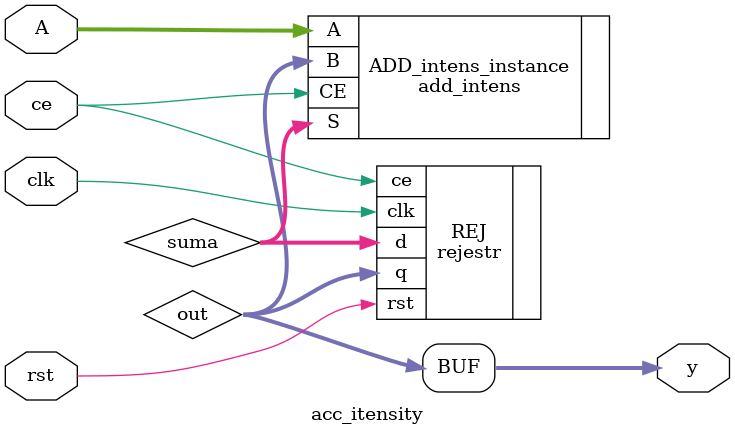
<source format=v>
`timescale 1ns / 1ps

module acc_itensity(
    input clk,
    input ce,
    input rst,
    input [19:0]A,
    
    output [19:0]y    //totally keine grenze example 6*30*(64/4)*255
);
    
wire [19:0]out;
wire [19:0]suma;

rejestr# (.N(20)) REJ
(
    .clk(clk),
    .ce(ce),
    .rst(rst),
    .d(suma),
    .q(out)
);

// latencja = 0
add_intens ADD_intens_instance
(
    .A(A),
    .B(out),
    .CE(ce),
    .S(suma)
);

assign y = out;
    
endmodule

</source>
